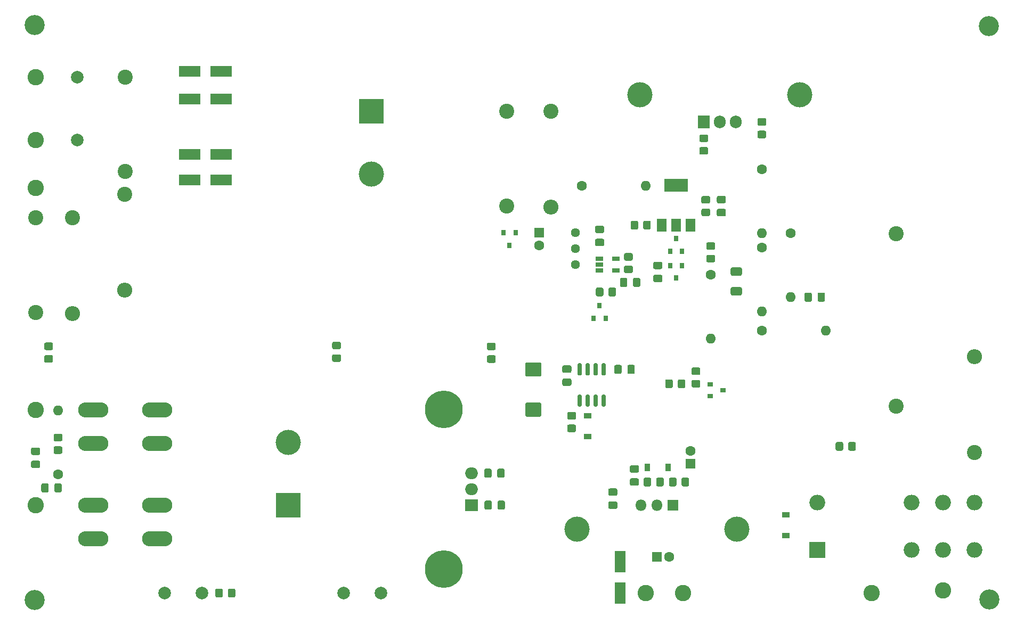
<source format=gbr>
G04 #@! TF.GenerationSoftware,KiCad,Pcbnew,(5.1.10-0-10_14)*
G04 #@! TF.CreationDate,2021-08-03T18:31:46+02:00*
G04 #@! TF.ProjectId,hv-power-supply-v1,68762d70-6f77-4657-922d-737570706c79,rev?*
G04 #@! TF.SameCoordinates,Original*
G04 #@! TF.FileFunction,Soldermask,Top*
G04 #@! TF.FilePolarity,Negative*
%FSLAX46Y46*%
G04 Gerber Fmt 4.6, Leading zero omitted, Abs format (unit mm)*
G04 Created by KiCad (PCBNEW (5.1.10-0-10_14)) date 2021-08-03 18:31:46*
%MOMM*%
%LPD*%
G01*
G04 APERTURE LIST*
%ADD10O,1.600000X1.600000*%
%ADD11C,1.600000*%
%ADD12C,2.400000*%
%ADD13O,2.400000X2.400000*%
%ADD14C,2.000000*%
%ADD15R,1.500000X2.000000*%
%ADD16R,3.800000X2.000000*%
%ADD17C,6.000000*%
%ADD18R,0.800000X0.900000*%
%ADD19R,0.900000X0.800000*%
%ADD20R,1.220000X0.650000*%
%ADD21C,4.000000*%
%ADD22R,4.000000X4.000000*%
%ADD23R,2.000000X1.905000*%
%ADD24O,2.000000X1.905000*%
%ADD25R,1.800000X3.500000*%
%ADD26O,4.800600X2.400300*%
%ADD27R,0.900000X1.200000*%
%ADD28R,1.600000X1.600000*%
%ADD29R,3.500000X1.800000*%
%ADD30O,1.905000X2.000000*%
%ADD31R,1.905000X2.000000*%
%ADD32C,2.600000*%
%ADD33C,1.440000*%
%ADD34O,2.500000X2.500000*%
%ADD35R,2.500000X2.500000*%
%ADD36R,1.200000X0.900000*%
%ADD37R,1.800000X1.800000*%
%ADD38O,1.800000X1.800000*%
%ADD39C,3.200000*%
G04 APERTURE END LIST*
D10*
X62928500Y-110680500D03*
D11*
X62928500Y-120840500D03*
D12*
X73596500Y-57658000D03*
X73596500Y-72658000D03*
X196088000Y-110050000D03*
X196088000Y-82550000D03*
D13*
X73533000Y-91567000D03*
D12*
X73533000Y-76327000D03*
D14*
X65976500Y-57658000D03*
X65976500Y-67658000D03*
G36*
G01*
X63378501Y-115598500D02*
X62478499Y-115598500D01*
G75*
G02*
X62228500Y-115348501I0J249999D01*
G01*
X62228500Y-114648499D01*
G75*
G02*
X62478499Y-114398500I249999J0D01*
G01*
X63378501Y-114398500D01*
G75*
G02*
X63628500Y-114648499I0J-249999D01*
G01*
X63628500Y-115348501D01*
G75*
G02*
X63378501Y-115598500I-249999J0D01*
G01*
G37*
G36*
G01*
X63378501Y-117598500D02*
X62478499Y-117598500D01*
G75*
G02*
X62228500Y-117348501I0J249999D01*
G01*
X62228500Y-116648499D01*
G75*
G02*
X62478499Y-116398500I249999J0D01*
G01*
X63378501Y-116398500D01*
G75*
G02*
X63628500Y-116648499I0J-249999D01*
G01*
X63628500Y-117348501D01*
G75*
G02*
X63378501Y-117598500I-249999J0D01*
G01*
G37*
G36*
G01*
X62341000Y-123474500D02*
X62341000Y-122524500D01*
G75*
G02*
X62591000Y-122274500I250000J0D01*
G01*
X63266000Y-122274500D01*
G75*
G02*
X63516000Y-122524500I0J-250000D01*
G01*
X63516000Y-123474500D01*
G75*
G02*
X63266000Y-123724500I-250000J0D01*
G01*
X62591000Y-123724500D01*
G75*
G02*
X62341000Y-123474500I0J250000D01*
G01*
G37*
G36*
G01*
X60266000Y-123474500D02*
X60266000Y-122524500D01*
G75*
G02*
X60516000Y-122274500I250000J0D01*
G01*
X61191000Y-122274500D01*
G75*
G02*
X61441000Y-122524500I0J-250000D01*
G01*
X61441000Y-123474500D01*
G75*
G02*
X61191000Y-123724500I-250000J0D01*
G01*
X60516000Y-123724500D01*
G75*
G02*
X60266000Y-123474500I0J250000D01*
G01*
G37*
G36*
G01*
X59847500Y-117765500D02*
X58897500Y-117765500D01*
G75*
G02*
X58647500Y-117515500I0J250000D01*
G01*
X58647500Y-116840500D01*
G75*
G02*
X58897500Y-116590500I250000J0D01*
G01*
X59847500Y-116590500D01*
G75*
G02*
X60097500Y-116840500I0J-250000D01*
G01*
X60097500Y-117515500D01*
G75*
G02*
X59847500Y-117765500I-250000J0D01*
G01*
G37*
G36*
G01*
X59847500Y-119840500D02*
X58897500Y-119840500D01*
G75*
G02*
X58647500Y-119590500I0J250000D01*
G01*
X58647500Y-118915500D01*
G75*
G02*
X58897500Y-118665500I250000J0D01*
G01*
X59847500Y-118665500D01*
G75*
G02*
X60097500Y-118915500I0J-250000D01*
G01*
X60097500Y-119590500D01*
G75*
G02*
X59847500Y-119840500I-250000J0D01*
G01*
G37*
D15*
X158863000Y-81216500D03*
X163463000Y-81216500D03*
X161163000Y-81216500D03*
D16*
X161163000Y-74916500D03*
D17*
X124206000Y-135890000D03*
X124206000Y-110490000D03*
D18*
X161160500Y-89630000D03*
X160210500Y-87630000D03*
X162110500Y-87630000D03*
D19*
X168602000Y-107465000D03*
X166602000Y-108415000D03*
X166602000Y-106515000D03*
D20*
X151616400Y-86550500D03*
X151616400Y-88450500D03*
X148996400Y-88450500D03*
X148996400Y-87500500D03*
X148996400Y-86550500D03*
D21*
X99504500Y-115753000D03*
D22*
X99504500Y-125753000D03*
D23*
X128613000Y-125753000D03*
D24*
X128613000Y-123213000D03*
X128613000Y-120673000D03*
D21*
X155410000Y-60475000D03*
X180810000Y-60475000D03*
X145377000Y-129563000D03*
X170777000Y-129563000D03*
D25*
X152298500Y-139723000D03*
X152298500Y-134723000D03*
D13*
X208597500Y-102108000D03*
D12*
X208597500Y-117348000D03*
D26*
X68542000Y-110640000D03*
X78702000Y-110640000D03*
X78702000Y-131087000D03*
X68542000Y-131087000D03*
X78702000Y-125753000D03*
X68542000Y-125753000D03*
X68542000Y-115974000D03*
X78702000Y-115974000D03*
D27*
X159853000Y-119784000D03*
X156553000Y-119784000D03*
D11*
X163411000Y-117149000D03*
D28*
X163411000Y-119149000D03*
G36*
G01*
X61880001Y-101080000D02*
X60979999Y-101080000D01*
G75*
G02*
X60730000Y-100830001I0J249999D01*
G01*
X60730000Y-100129999D01*
G75*
G02*
X60979999Y-99880000I249999J0D01*
G01*
X61880001Y-99880000D01*
G75*
G02*
X62130000Y-100129999I0J-249999D01*
G01*
X62130000Y-100830001D01*
G75*
G02*
X61880001Y-101080000I-249999J0D01*
G01*
G37*
G36*
G01*
X61880001Y-103080000D02*
X60979999Y-103080000D01*
G75*
G02*
X60730000Y-102830001I0J249999D01*
G01*
X60730000Y-102129999D01*
G75*
G02*
X60979999Y-101880000I249999J0D01*
G01*
X61880001Y-101880000D01*
G75*
G02*
X62130000Y-102129999I0J-249999D01*
G01*
X62130000Y-102830001D01*
G75*
G02*
X61880001Y-103080000I-249999J0D01*
G01*
G37*
D13*
X65214500Y-95313500D03*
D12*
X65214500Y-80073500D03*
D29*
X88883500Y-69977000D03*
X83883500Y-69977000D03*
X83883500Y-61150500D03*
X88883500Y-61150500D03*
X88870900Y-74013200D03*
X83870900Y-74013200D03*
X83870900Y-56792000D03*
X88870900Y-56792000D03*
G36*
G01*
X145971500Y-105138000D02*
X145671500Y-105138000D01*
G75*
G02*
X145521500Y-104988000I0J150000D01*
G01*
X145521500Y-103338000D01*
G75*
G02*
X145671500Y-103188000I150000J0D01*
G01*
X145971500Y-103188000D01*
G75*
G02*
X146121500Y-103338000I0J-150000D01*
G01*
X146121500Y-104988000D01*
G75*
G02*
X145971500Y-105138000I-150000J0D01*
G01*
G37*
G36*
G01*
X147241500Y-105138000D02*
X146941500Y-105138000D01*
G75*
G02*
X146791500Y-104988000I0J150000D01*
G01*
X146791500Y-103338000D01*
G75*
G02*
X146941500Y-103188000I150000J0D01*
G01*
X147241500Y-103188000D01*
G75*
G02*
X147391500Y-103338000I0J-150000D01*
G01*
X147391500Y-104988000D01*
G75*
G02*
X147241500Y-105138000I-150000J0D01*
G01*
G37*
G36*
G01*
X148511500Y-105138000D02*
X148211500Y-105138000D01*
G75*
G02*
X148061500Y-104988000I0J150000D01*
G01*
X148061500Y-103338000D01*
G75*
G02*
X148211500Y-103188000I150000J0D01*
G01*
X148511500Y-103188000D01*
G75*
G02*
X148661500Y-103338000I0J-150000D01*
G01*
X148661500Y-104988000D01*
G75*
G02*
X148511500Y-105138000I-150000J0D01*
G01*
G37*
G36*
G01*
X149781500Y-105138000D02*
X149481500Y-105138000D01*
G75*
G02*
X149331500Y-104988000I0J150000D01*
G01*
X149331500Y-103338000D01*
G75*
G02*
X149481500Y-103188000I150000J0D01*
G01*
X149781500Y-103188000D01*
G75*
G02*
X149931500Y-103338000I0J-150000D01*
G01*
X149931500Y-104988000D01*
G75*
G02*
X149781500Y-105138000I-150000J0D01*
G01*
G37*
G36*
G01*
X149781500Y-110088000D02*
X149481500Y-110088000D01*
G75*
G02*
X149331500Y-109938000I0J150000D01*
G01*
X149331500Y-108288000D01*
G75*
G02*
X149481500Y-108138000I150000J0D01*
G01*
X149781500Y-108138000D01*
G75*
G02*
X149931500Y-108288000I0J-150000D01*
G01*
X149931500Y-109938000D01*
G75*
G02*
X149781500Y-110088000I-150000J0D01*
G01*
G37*
G36*
G01*
X148511500Y-110088000D02*
X148211500Y-110088000D01*
G75*
G02*
X148061500Y-109938000I0J150000D01*
G01*
X148061500Y-108288000D01*
G75*
G02*
X148211500Y-108138000I150000J0D01*
G01*
X148511500Y-108138000D01*
G75*
G02*
X148661500Y-108288000I0J-150000D01*
G01*
X148661500Y-109938000D01*
G75*
G02*
X148511500Y-110088000I-150000J0D01*
G01*
G37*
G36*
G01*
X147241500Y-110088000D02*
X146941500Y-110088000D01*
G75*
G02*
X146791500Y-109938000I0J150000D01*
G01*
X146791500Y-108288000D01*
G75*
G02*
X146941500Y-108138000I150000J0D01*
G01*
X147241500Y-108138000D01*
G75*
G02*
X147391500Y-108288000I0J-150000D01*
G01*
X147391500Y-109938000D01*
G75*
G02*
X147241500Y-110088000I-150000J0D01*
G01*
G37*
G36*
G01*
X145971500Y-110088000D02*
X145671500Y-110088000D01*
G75*
G02*
X145521500Y-109938000I0J150000D01*
G01*
X145521500Y-108288000D01*
G75*
G02*
X145671500Y-108138000I150000J0D01*
G01*
X145971500Y-108138000D01*
G75*
G02*
X146121500Y-108288000I0J-150000D01*
G01*
X146121500Y-109938000D01*
G75*
G02*
X145971500Y-110088000I-150000J0D01*
G01*
G37*
G36*
G01*
X165994501Y-68005500D02*
X165094499Y-68005500D01*
G75*
G02*
X164844500Y-67755501I0J249999D01*
G01*
X164844500Y-67055499D01*
G75*
G02*
X165094499Y-66805500I249999J0D01*
G01*
X165994501Y-66805500D01*
G75*
G02*
X166244500Y-67055499I0J-249999D01*
G01*
X166244500Y-67755501D01*
G75*
G02*
X165994501Y-68005500I-249999J0D01*
G01*
G37*
G36*
G01*
X165994501Y-70005500D02*
X165094499Y-70005500D01*
G75*
G02*
X164844500Y-69755501I0J249999D01*
G01*
X164844500Y-69055499D01*
G75*
G02*
X165094499Y-68805500I249999J0D01*
G01*
X165994501Y-68805500D01*
G75*
G02*
X166244500Y-69055499I0J-249999D01*
G01*
X166244500Y-69755501D01*
G75*
G02*
X165994501Y-70005500I-249999J0D01*
G01*
G37*
D10*
X166649500Y-99273500D03*
D11*
X166649500Y-89113500D03*
D10*
X156337000Y-74930000D03*
D11*
X146177000Y-74930000D03*
D10*
X174777500Y-82509500D03*
D11*
X174777500Y-72349500D03*
G36*
G01*
X174327499Y-66193000D02*
X175227501Y-66193000D01*
G75*
G02*
X175477500Y-66442999I0J-249999D01*
G01*
X175477500Y-67143001D01*
G75*
G02*
X175227501Y-67393000I-249999J0D01*
G01*
X174327499Y-67393000D01*
G75*
G02*
X174077500Y-67143001I0J249999D01*
G01*
X174077500Y-66442999D01*
G75*
G02*
X174327499Y-66193000I249999J0D01*
G01*
G37*
G36*
G01*
X174327499Y-64193000D02*
X175227501Y-64193000D01*
G75*
G02*
X175477500Y-64442999I0J-249999D01*
G01*
X175477500Y-65143001D01*
G75*
G02*
X175227501Y-65393000I-249999J0D01*
G01*
X174327499Y-65393000D01*
G75*
G02*
X174077500Y-65143001I0J249999D01*
G01*
X174077500Y-64442999D01*
G75*
G02*
X174327499Y-64193000I249999J0D01*
G01*
G37*
G36*
G01*
X170063497Y-91068000D02*
X171363503Y-91068000D01*
G75*
G02*
X171613500Y-91317997I0J-249997D01*
G01*
X171613500Y-92143003D01*
G75*
G02*
X171363503Y-92393000I-249997J0D01*
G01*
X170063497Y-92393000D01*
G75*
G02*
X169813500Y-92143003I0J249997D01*
G01*
X169813500Y-91317997D01*
G75*
G02*
X170063497Y-91068000I249997J0D01*
G01*
G37*
G36*
G01*
X170063497Y-87943000D02*
X171363503Y-87943000D01*
G75*
G02*
X171613500Y-88192997I0J-249997D01*
G01*
X171613500Y-89018003D01*
G75*
G02*
X171363503Y-89268000I-249997J0D01*
G01*
X170063497Y-89268000D01*
G75*
G02*
X169813500Y-89018003I0J249997D01*
G01*
X169813500Y-88192997D01*
G75*
G02*
X170063497Y-87943000I249997J0D01*
G01*
G37*
G36*
G01*
X183631000Y-93144500D02*
X183631000Y-92194500D01*
G75*
G02*
X183881000Y-91944500I250000J0D01*
G01*
X184556000Y-91944500D01*
G75*
G02*
X184806000Y-92194500I0J-250000D01*
G01*
X184806000Y-93144500D01*
G75*
G02*
X184556000Y-93394500I-250000J0D01*
G01*
X183881000Y-93394500D01*
G75*
G02*
X183631000Y-93144500I0J250000D01*
G01*
G37*
G36*
G01*
X181556000Y-93144500D02*
X181556000Y-92194500D01*
G75*
G02*
X181806000Y-91944500I250000J0D01*
G01*
X182481000Y-91944500D01*
G75*
G02*
X182731000Y-92194500I0J-250000D01*
G01*
X182731000Y-93144500D01*
G75*
G02*
X182481000Y-93394500I-250000J0D01*
G01*
X181806000Y-93394500D01*
G75*
G02*
X181556000Y-93144500I0J250000D01*
G01*
G37*
D30*
X170650000Y-64793000D03*
X168110000Y-64793000D03*
D31*
X165570000Y-64793000D03*
G36*
G01*
X188503000Y-116845501D02*
X188503000Y-115945499D01*
G75*
G02*
X188752999Y-115695500I249999J0D01*
G01*
X189453001Y-115695500D01*
G75*
G02*
X189703000Y-115945499I0J-249999D01*
G01*
X189703000Y-116845501D01*
G75*
G02*
X189453001Y-117095500I-249999J0D01*
G01*
X188752999Y-117095500D01*
G75*
G02*
X188503000Y-116845501I0J249999D01*
G01*
G37*
G36*
G01*
X186503000Y-116845501D02*
X186503000Y-115945499D01*
G75*
G02*
X186752999Y-115695500I249999J0D01*
G01*
X187453001Y-115695500D01*
G75*
G02*
X187703000Y-115945499I0J-249999D01*
G01*
X187703000Y-116845501D01*
G75*
G02*
X187453001Y-117095500I-249999J0D01*
G01*
X186752999Y-117095500D01*
G75*
G02*
X186503000Y-116845501I0J249999D01*
G01*
G37*
G36*
G01*
X132238001Y-101112000D02*
X131337999Y-101112000D01*
G75*
G02*
X131088000Y-100862001I0J249999D01*
G01*
X131088000Y-100161999D01*
G75*
G02*
X131337999Y-99912000I249999J0D01*
G01*
X132238001Y-99912000D01*
G75*
G02*
X132488000Y-100161999I0J-249999D01*
G01*
X132488000Y-100862001D01*
G75*
G02*
X132238001Y-101112000I-249999J0D01*
G01*
G37*
G36*
G01*
X132238001Y-103112000D02*
X131337999Y-103112000D01*
G75*
G02*
X131088000Y-102862001I0J249999D01*
G01*
X131088000Y-102161999D01*
G75*
G02*
X131337999Y-101912000I249999J0D01*
G01*
X132238001Y-101912000D01*
G75*
G02*
X132488000Y-102161999I0J-249999D01*
G01*
X132488000Y-102862001D01*
G75*
G02*
X132238001Y-103112000I-249999J0D01*
G01*
G37*
G36*
G01*
X107638001Y-100962000D02*
X106737999Y-100962000D01*
G75*
G02*
X106488000Y-100712001I0J249999D01*
G01*
X106488000Y-100011999D01*
G75*
G02*
X106737999Y-99762000I249999J0D01*
G01*
X107638001Y-99762000D01*
G75*
G02*
X107888000Y-100011999I0J-249999D01*
G01*
X107888000Y-100712001D01*
G75*
G02*
X107638001Y-100962000I-249999J0D01*
G01*
G37*
G36*
G01*
X107638001Y-102962000D02*
X106737999Y-102962000D01*
G75*
G02*
X106488000Y-102712001I0J249999D01*
G01*
X106488000Y-102011999D01*
G75*
G02*
X106737999Y-101762000I249999J0D01*
G01*
X107638001Y-101762000D01*
G75*
G02*
X107888000Y-102011999I0J-249999D01*
G01*
X107888000Y-102712001D01*
G75*
G02*
X107638001Y-102962000I-249999J0D01*
G01*
G37*
G36*
G01*
X166199499Y-85941500D02*
X167099501Y-85941500D01*
G75*
G02*
X167349500Y-86191499I0J-249999D01*
G01*
X167349500Y-86891501D01*
G75*
G02*
X167099501Y-87141500I-249999J0D01*
G01*
X166199499Y-87141500D01*
G75*
G02*
X165949500Y-86891501I0J249999D01*
G01*
X165949500Y-86191499D01*
G75*
G02*
X166199499Y-85941500I249999J0D01*
G01*
G37*
G36*
G01*
X166199499Y-83941500D02*
X167099501Y-83941500D01*
G75*
G02*
X167349500Y-84191499I0J-249999D01*
G01*
X167349500Y-84891501D01*
G75*
G02*
X167099501Y-85141500I-249999J0D01*
G01*
X166199499Y-85141500D01*
G75*
G02*
X165949500Y-84891501I0J249999D01*
G01*
X165949500Y-84191499D01*
G75*
G02*
X166199499Y-83941500I249999J0D01*
G01*
G37*
G36*
G01*
X157985000Y-122520001D02*
X157985000Y-121619999D01*
G75*
G02*
X158234999Y-121370000I249999J0D01*
G01*
X158935001Y-121370000D01*
G75*
G02*
X159185000Y-121619999I0J-249999D01*
G01*
X159185000Y-122520001D01*
G75*
G02*
X158935001Y-122770000I-249999J0D01*
G01*
X158234999Y-122770000D01*
G75*
G02*
X157985000Y-122520001I0J249999D01*
G01*
G37*
G36*
G01*
X155985000Y-122520001D02*
X155985000Y-121619999D01*
G75*
G02*
X156234999Y-121370000I249999J0D01*
G01*
X156935001Y-121370000D01*
G75*
G02*
X157185000Y-121619999I0J-249999D01*
G01*
X157185000Y-122520001D01*
G75*
G02*
X156935001Y-122770000I-249999J0D01*
G01*
X156234999Y-122770000D01*
G75*
G02*
X155985000Y-122520001I0J249999D01*
G01*
G37*
G36*
G01*
X162017000Y-122520001D02*
X162017000Y-121619999D01*
G75*
G02*
X162266999Y-121370000I249999J0D01*
G01*
X162967001Y-121370000D01*
G75*
G02*
X163217000Y-121619999I0J-249999D01*
G01*
X163217000Y-122520001D01*
G75*
G02*
X162967001Y-122770000I-249999J0D01*
G01*
X162266999Y-122770000D01*
G75*
G02*
X162017000Y-122520001I0J249999D01*
G01*
G37*
G36*
G01*
X160017000Y-122520001D02*
X160017000Y-121619999D01*
G75*
G02*
X160266999Y-121370000I249999J0D01*
G01*
X160967001Y-121370000D01*
G75*
G02*
X161217000Y-121619999I0J-249999D01*
G01*
X161217000Y-122520001D01*
G75*
G02*
X160967001Y-122770000I-249999J0D01*
G01*
X160266999Y-122770000D01*
G75*
G02*
X160017000Y-122520001I0J249999D01*
G01*
G37*
G36*
G01*
X89113000Y-139272999D02*
X89113000Y-140173001D01*
G75*
G02*
X88863001Y-140423000I-249999J0D01*
G01*
X88162999Y-140423000D01*
G75*
G02*
X87913000Y-140173001I0J249999D01*
G01*
X87913000Y-139272999D01*
G75*
G02*
X88162999Y-139023000I249999J0D01*
G01*
X88863001Y-139023000D01*
G75*
G02*
X89113000Y-139272999I0J-249999D01*
G01*
G37*
G36*
G01*
X91113000Y-139272999D02*
X91113000Y-140173001D01*
G75*
G02*
X90863001Y-140423000I-249999J0D01*
G01*
X90162999Y-140423000D01*
G75*
G02*
X89913000Y-140173001I0J249999D01*
G01*
X89913000Y-139272999D01*
G75*
G02*
X90162999Y-139023000I249999J0D01*
G01*
X90863001Y-139023000D01*
G75*
G02*
X91113000Y-139272999I0J-249999D01*
G01*
G37*
G36*
G01*
X163849999Y-105849000D02*
X164750001Y-105849000D01*
G75*
G02*
X165000000Y-106098999I0J-249999D01*
G01*
X165000000Y-106799001D01*
G75*
G02*
X164750001Y-107049000I-249999J0D01*
G01*
X163849999Y-107049000D01*
G75*
G02*
X163600000Y-106799001I0J249999D01*
G01*
X163600000Y-106098999D01*
G75*
G02*
X163849999Y-105849000I249999J0D01*
G01*
G37*
G36*
G01*
X163849999Y-103849000D02*
X164750001Y-103849000D01*
G75*
G02*
X165000000Y-104098999I0J-249999D01*
G01*
X165000000Y-104799001D01*
G75*
G02*
X164750001Y-105049000I-249999J0D01*
G01*
X163849999Y-105049000D01*
G75*
G02*
X163600000Y-104799001I0J249999D01*
G01*
X163600000Y-104098999D01*
G75*
G02*
X163849999Y-103849000I249999J0D01*
G01*
G37*
G36*
G01*
X161414000Y-106899001D02*
X161414000Y-105998999D01*
G75*
G02*
X161663999Y-105749000I249999J0D01*
G01*
X162364001Y-105749000D01*
G75*
G02*
X162614000Y-105998999I0J-249999D01*
G01*
X162614000Y-106899001D01*
G75*
G02*
X162364001Y-107149000I-249999J0D01*
G01*
X161663999Y-107149000D01*
G75*
G02*
X161414000Y-106899001I0J249999D01*
G01*
G37*
G36*
G01*
X159414000Y-106899001D02*
X159414000Y-105998999D01*
G75*
G02*
X159663999Y-105749000I249999J0D01*
G01*
X160364001Y-105749000D01*
G75*
G02*
X160614000Y-105998999I0J-249999D01*
G01*
X160614000Y-106899001D01*
G75*
G02*
X160364001Y-107149000I-249999J0D01*
G01*
X159663999Y-107149000D01*
G75*
G02*
X159414000Y-106899001I0J249999D01*
G01*
G37*
G36*
G01*
X144101499Y-112929000D02*
X145001501Y-112929000D01*
G75*
G02*
X145251500Y-113178999I0J-249999D01*
G01*
X145251500Y-113879001D01*
G75*
G02*
X145001501Y-114129000I-249999J0D01*
G01*
X144101499Y-114129000D01*
G75*
G02*
X143851500Y-113879001I0J249999D01*
G01*
X143851500Y-113178999D01*
G75*
G02*
X144101499Y-112929000I249999J0D01*
G01*
G37*
G36*
G01*
X144101499Y-110929000D02*
X145001501Y-110929000D01*
G75*
G02*
X145251500Y-111178999I0J-249999D01*
G01*
X145251500Y-111879001D01*
G75*
G02*
X145001501Y-112129000I-249999J0D01*
G01*
X144101499Y-112129000D01*
G75*
G02*
X143851500Y-111879001I0J249999D01*
G01*
X143851500Y-111178999D01*
G75*
G02*
X144101499Y-110929000I249999J0D01*
G01*
G37*
G36*
G01*
X154996000Y-120582500D02*
X154046000Y-120582500D01*
G75*
G02*
X153796000Y-120332500I0J250000D01*
G01*
X153796000Y-119657500D01*
G75*
G02*
X154046000Y-119407500I250000J0D01*
G01*
X154996000Y-119407500D01*
G75*
G02*
X155246000Y-119657500I0J-250000D01*
G01*
X155246000Y-120332500D01*
G75*
G02*
X154996000Y-120582500I-250000J0D01*
G01*
G37*
G36*
G01*
X154996000Y-122657500D02*
X154046000Y-122657500D01*
G75*
G02*
X153796000Y-122407500I0J250000D01*
G01*
X153796000Y-121732500D01*
G75*
G02*
X154046000Y-121482500I250000J0D01*
G01*
X154996000Y-121482500D01*
G75*
G02*
X155246000Y-121732500I0J-250000D01*
G01*
X155246000Y-122407500D01*
G75*
G02*
X154996000Y-122657500I-250000J0D01*
G01*
G37*
G36*
G01*
X151567000Y-124265500D02*
X150617000Y-124265500D01*
G75*
G02*
X150367000Y-124015500I0J250000D01*
G01*
X150367000Y-123340500D01*
G75*
G02*
X150617000Y-123090500I250000J0D01*
G01*
X151567000Y-123090500D01*
G75*
G02*
X151817000Y-123340500I0J-250000D01*
G01*
X151817000Y-124015500D01*
G75*
G02*
X151567000Y-124265500I-250000J0D01*
G01*
G37*
G36*
G01*
X151567000Y-126340500D02*
X150617000Y-126340500D01*
G75*
G02*
X150367000Y-126090500I0J250000D01*
G01*
X150367000Y-125415500D01*
G75*
G02*
X150617000Y-125165500I250000J0D01*
G01*
X151567000Y-125165500D01*
G75*
G02*
X151817000Y-125415500I0J-250000D01*
G01*
X151817000Y-126090500D01*
G75*
G02*
X151567000Y-126340500I-250000J0D01*
G01*
G37*
G36*
G01*
X143314500Y-105607500D02*
X144264500Y-105607500D01*
G75*
G02*
X144514500Y-105857500I0J-250000D01*
G01*
X144514500Y-106532500D01*
G75*
G02*
X144264500Y-106782500I-250000J0D01*
G01*
X143314500Y-106782500D01*
G75*
G02*
X143064500Y-106532500I0J250000D01*
G01*
X143064500Y-105857500D01*
G75*
G02*
X143314500Y-105607500I250000J0D01*
G01*
G37*
G36*
G01*
X143314500Y-103532500D02*
X144264500Y-103532500D01*
G75*
G02*
X144514500Y-103782500I0J-250000D01*
G01*
X144514500Y-104457500D01*
G75*
G02*
X144264500Y-104707500I-250000J0D01*
G01*
X143314500Y-104707500D01*
G75*
G02*
X143064500Y-104457500I0J250000D01*
G01*
X143064500Y-103782500D01*
G75*
G02*
X143314500Y-103532500I250000J0D01*
G01*
G37*
G36*
G01*
X153405000Y-104638000D02*
X153405000Y-103688000D01*
G75*
G02*
X153655000Y-103438000I250000J0D01*
G01*
X154330000Y-103438000D01*
G75*
G02*
X154580000Y-103688000I0J-250000D01*
G01*
X154580000Y-104638000D01*
G75*
G02*
X154330000Y-104888000I-250000J0D01*
G01*
X153655000Y-104888000D01*
G75*
G02*
X153405000Y-104638000I0J250000D01*
G01*
G37*
G36*
G01*
X151330000Y-104638000D02*
X151330000Y-103688000D01*
G75*
G02*
X151580000Y-103438000I250000J0D01*
G01*
X152255000Y-103438000D01*
G75*
G02*
X152505000Y-103688000I0J-250000D01*
G01*
X152505000Y-104638000D01*
G75*
G02*
X152255000Y-104888000I-250000J0D01*
G01*
X151580000Y-104888000D01*
G75*
G02*
X151330000Y-104638000I0J250000D01*
G01*
G37*
G36*
G01*
X130649500Y-121148000D02*
X130649500Y-120198000D01*
G75*
G02*
X130899500Y-119948000I250000J0D01*
G01*
X131574500Y-119948000D01*
G75*
G02*
X131824500Y-120198000I0J-250000D01*
G01*
X131824500Y-121148000D01*
G75*
G02*
X131574500Y-121398000I-250000J0D01*
G01*
X130899500Y-121398000D01*
G75*
G02*
X130649500Y-121148000I0J250000D01*
G01*
G37*
G36*
G01*
X132724500Y-121148000D02*
X132724500Y-120198000D01*
G75*
G02*
X132974500Y-119948000I250000J0D01*
G01*
X133649500Y-119948000D01*
G75*
G02*
X133899500Y-120198000I0J-250000D01*
G01*
X133899500Y-121148000D01*
G75*
G02*
X133649500Y-121398000I-250000J0D01*
G01*
X132974500Y-121398000D01*
G75*
G02*
X132724500Y-121148000I0J250000D01*
G01*
G37*
G36*
G01*
X130692500Y-126228000D02*
X130692500Y-125278000D01*
G75*
G02*
X130942500Y-125028000I250000J0D01*
G01*
X131617500Y-125028000D01*
G75*
G02*
X131867500Y-125278000I0J-250000D01*
G01*
X131867500Y-126228000D01*
G75*
G02*
X131617500Y-126478000I-250000J0D01*
G01*
X130942500Y-126478000D01*
G75*
G02*
X130692500Y-126228000I0J250000D01*
G01*
G37*
G36*
G01*
X132767500Y-126228000D02*
X132767500Y-125278000D01*
G75*
G02*
X133017500Y-125028000I250000J0D01*
G01*
X133692500Y-125028000D01*
G75*
G02*
X133942500Y-125278000I0J-250000D01*
G01*
X133942500Y-126228000D01*
G75*
G02*
X133692500Y-126478000I-250000J0D01*
G01*
X133017500Y-126478000D01*
G75*
G02*
X132767500Y-126228000I0J250000D01*
G01*
G37*
D32*
X162268000Y-139723000D03*
X156299000Y-139723000D03*
X59398000Y-110640000D03*
X59372500Y-125753000D03*
X59398000Y-75334000D03*
X59372500Y-67691000D03*
X59372500Y-57658000D03*
D11*
X160077000Y-134008000D03*
D28*
X158077000Y-134008000D03*
G36*
G01*
X137430499Y-109438000D02*
X139480501Y-109438000D01*
G75*
G02*
X139730500Y-109687999I0J-249999D01*
G01*
X139730500Y-111438001D01*
G75*
G02*
X139480501Y-111688000I-249999J0D01*
G01*
X137430499Y-111688000D01*
G75*
G02*
X137180500Y-111438001I0J249999D01*
G01*
X137180500Y-109687999D01*
G75*
G02*
X137430499Y-109438000I249999J0D01*
G01*
G37*
G36*
G01*
X137430499Y-103038000D02*
X139480501Y-103038000D01*
G75*
G02*
X139730500Y-103287999I0J-249999D01*
G01*
X139730500Y-105038001D01*
G75*
G02*
X139480501Y-105288000I-249999J0D01*
G01*
X137430499Y-105288000D01*
G75*
G02*
X137180500Y-105038001I0J249999D01*
G01*
X137180500Y-103287999D01*
G75*
G02*
X137430499Y-103038000I249999J0D01*
G01*
G37*
D18*
X134683500Y-84439000D03*
X133733500Y-82439000D03*
X135633500Y-82439000D03*
D33*
X145186500Y-87526000D03*
X145186500Y-84986000D03*
X145186500Y-82446000D03*
D34*
X183578500Y-125342000D03*
X198578500Y-125342000D03*
X203578500Y-125342000D03*
X208578500Y-125342000D03*
X208578500Y-132842000D03*
X203578500Y-132842000D03*
X198578500Y-132842000D03*
D35*
X183578500Y-132842000D03*
D10*
X179349500Y-92669500D03*
D11*
X179349500Y-82509500D03*
G36*
G01*
X165411999Y-78584500D02*
X166312001Y-78584500D01*
G75*
G02*
X166562000Y-78834499I0J-249999D01*
G01*
X166562000Y-79534501D01*
G75*
G02*
X166312001Y-79784500I-249999J0D01*
G01*
X165411999Y-79784500D01*
G75*
G02*
X165162000Y-79534501I0J249999D01*
G01*
X165162000Y-78834499D01*
G75*
G02*
X165411999Y-78584500I249999J0D01*
G01*
G37*
G36*
G01*
X165411999Y-76584500D02*
X166312001Y-76584500D01*
G75*
G02*
X166562000Y-76834499I0J-249999D01*
G01*
X166562000Y-77534501D01*
G75*
G02*
X166312001Y-77784500I-249999J0D01*
G01*
X165411999Y-77784500D01*
G75*
G02*
X165162000Y-77534501I0J249999D01*
G01*
X165162000Y-76834499D01*
G75*
G02*
X165411999Y-76584500I249999J0D01*
G01*
G37*
G36*
G01*
X149596500Y-91393999D02*
X149596500Y-92294001D01*
G75*
G02*
X149346501Y-92544000I-249999J0D01*
G01*
X148646499Y-92544000D01*
G75*
G02*
X148396500Y-92294001I0J249999D01*
G01*
X148396500Y-91393999D01*
G75*
G02*
X148646499Y-91144000I249999J0D01*
G01*
X149346501Y-91144000D01*
G75*
G02*
X149596500Y-91393999I0J-249999D01*
G01*
G37*
G36*
G01*
X151596500Y-91393999D02*
X151596500Y-92294001D01*
G75*
G02*
X151346501Y-92544000I-249999J0D01*
G01*
X150646499Y-92544000D01*
G75*
G02*
X150396500Y-92294001I0J249999D01*
G01*
X150396500Y-91393999D01*
G75*
G02*
X150646499Y-91144000I249999J0D01*
G01*
X151346501Y-91144000D01*
G75*
G02*
X151596500Y-91393999I0J-249999D01*
G01*
G37*
G36*
G01*
X155127500Y-80766499D02*
X155127500Y-81666501D01*
G75*
G02*
X154877501Y-81916500I-249999J0D01*
G01*
X154177499Y-81916500D01*
G75*
G02*
X153927500Y-81666501I0J249999D01*
G01*
X153927500Y-80766499D01*
G75*
G02*
X154177499Y-80516500I249999J0D01*
G01*
X154877501Y-80516500D01*
G75*
G02*
X155127500Y-80766499I0J-249999D01*
G01*
G37*
G36*
G01*
X157127500Y-80766499D02*
X157127500Y-81666501D01*
G75*
G02*
X156877501Y-81916500I-249999J0D01*
G01*
X156177499Y-81916500D01*
G75*
G02*
X155927500Y-81666501I0J249999D01*
G01*
X155927500Y-80766499D01*
G75*
G02*
X156177499Y-80516500I249999J0D01*
G01*
X156877501Y-80516500D01*
G75*
G02*
X157127500Y-80766499I0J-249999D01*
G01*
G37*
G36*
G01*
X154018501Y-86856000D02*
X153118499Y-86856000D01*
G75*
G02*
X152868500Y-86606001I0J249999D01*
G01*
X152868500Y-85905999D01*
G75*
G02*
X153118499Y-85656000I249999J0D01*
G01*
X154018501Y-85656000D01*
G75*
G02*
X154268500Y-85905999I0J-249999D01*
G01*
X154268500Y-86606001D01*
G75*
G02*
X154018501Y-86856000I-249999J0D01*
G01*
G37*
G36*
G01*
X154018501Y-88856000D02*
X153118499Y-88856000D01*
G75*
G02*
X152868500Y-88606001I0J249999D01*
G01*
X152868500Y-87905999D01*
G75*
G02*
X153118499Y-87656000I249999J0D01*
G01*
X154018501Y-87656000D01*
G75*
G02*
X154268500Y-87905999I0J-249999D01*
G01*
X154268500Y-88606001D01*
G75*
G02*
X154018501Y-88856000I-249999J0D01*
G01*
G37*
D13*
X141274800Y-78384400D03*
D12*
X141274800Y-63144400D03*
D10*
X184937500Y-98003500D03*
D11*
X174777500Y-98003500D03*
D10*
X174777500Y-94955500D03*
D11*
X174777500Y-84795500D03*
D14*
X108293000Y-139723000D03*
X114262000Y-139723000D03*
X79845000Y-139723000D03*
X85814000Y-139723000D03*
D32*
X192240000Y-139723000D03*
X203543000Y-139342000D03*
D36*
X178562000Y-127319500D03*
X178562000Y-130619500D03*
D18*
X161165500Y-83344000D03*
X162115500Y-85344000D03*
X160215500Y-85344000D03*
X148996500Y-94003000D03*
X149946500Y-96003000D03*
X148046500Y-96003000D03*
D36*
X147091500Y-114829000D03*
X147091500Y-111529000D03*
G36*
G01*
X158717000Y-88217500D02*
X157767000Y-88217500D01*
G75*
G02*
X157517000Y-87967500I0J250000D01*
G01*
X157517000Y-87292500D01*
G75*
G02*
X157767000Y-87042500I250000J0D01*
G01*
X158717000Y-87042500D01*
G75*
G02*
X158967000Y-87292500I0J-250000D01*
G01*
X158967000Y-87967500D01*
G75*
G02*
X158717000Y-88217500I-250000J0D01*
G01*
G37*
G36*
G01*
X158717000Y-90292500D02*
X157767000Y-90292500D01*
G75*
G02*
X157517000Y-90042500I0J250000D01*
G01*
X157517000Y-89367500D01*
G75*
G02*
X157767000Y-89117500I250000J0D01*
G01*
X158717000Y-89117500D01*
G75*
G02*
X158967000Y-89367500I0J-250000D01*
G01*
X158967000Y-90042500D01*
G75*
G02*
X158717000Y-90292500I-250000J0D01*
G01*
G37*
D11*
X139382500Y-84423000D03*
D28*
X139382500Y-82423000D03*
G36*
G01*
X168813500Y-77740000D02*
X167863500Y-77740000D01*
G75*
G02*
X167613500Y-77490000I0J250000D01*
G01*
X167613500Y-76815000D01*
G75*
G02*
X167863500Y-76565000I250000J0D01*
G01*
X168813500Y-76565000D01*
G75*
G02*
X169063500Y-76815000I0J-250000D01*
G01*
X169063500Y-77490000D01*
G75*
G02*
X168813500Y-77740000I-250000J0D01*
G01*
G37*
G36*
G01*
X168813500Y-79815000D02*
X167863500Y-79815000D01*
G75*
G02*
X167613500Y-79565000I0J250000D01*
G01*
X167613500Y-78890000D01*
G75*
G02*
X167863500Y-78640000I250000J0D01*
G01*
X168813500Y-78640000D01*
G75*
G02*
X169063500Y-78890000I0J-250000D01*
G01*
X169063500Y-79565000D01*
G75*
G02*
X168813500Y-79815000I-250000J0D01*
G01*
G37*
G36*
G01*
X149471500Y-82482500D02*
X148521500Y-82482500D01*
G75*
G02*
X148271500Y-82232500I0J250000D01*
G01*
X148271500Y-81557500D01*
G75*
G02*
X148521500Y-81307500I250000J0D01*
G01*
X149471500Y-81307500D01*
G75*
G02*
X149721500Y-81557500I0J-250000D01*
G01*
X149721500Y-82232500D01*
G75*
G02*
X149471500Y-82482500I-250000J0D01*
G01*
G37*
G36*
G01*
X149471500Y-84557500D02*
X148521500Y-84557500D01*
G75*
G02*
X148271500Y-84307500I0J250000D01*
G01*
X148271500Y-83632500D01*
G75*
G02*
X148521500Y-83382500I250000J0D01*
G01*
X149471500Y-83382500D01*
G75*
G02*
X149721500Y-83632500I0J-250000D01*
G01*
X149721500Y-84307500D01*
G75*
G02*
X149471500Y-84557500I-250000J0D01*
G01*
G37*
G36*
G01*
X154294000Y-90795000D02*
X154294000Y-89845000D01*
G75*
G02*
X154544000Y-89595000I250000J0D01*
G01*
X155219000Y-89595000D01*
G75*
G02*
X155469000Y-89845000I0J-250000D01*
G01*
X155469000Y-90795000D01*
G75*
G02*
X155219000Y-91045000I-250000J0D01*
G01*
X154544000Y-91045000D01*
G75*
G02*
X154294000Y-90795000I0J250000D01*
G01*
G37*
G36*
G01*
X152219000Y-90795000D02*
X152219000Y-89845000D01*
G75*
G02*
X152469000Y-89595000I250000J0D01*
G01*
X153144000Y-89595000D01*
G75*
G02*
X153394000Y-89845000I0J-250000D01*
G01*
X153394000Y-90795000D01*
G75*
G02*
X153144000Y-91045000I-250000J0D01*
G01*
X152469000Y-91045000D01*
G75*
G02*
X152219000Y-90795000I0J250000D01*
G01*
G37*
D12*
X134213600Y-63144400D03*
X134213600Y-78144400D03*
D21*
X112712500Y-73119000D03*
D22*
X112712500Y-63119000D03*
D12*
X59372500Y-95073500D03*
X59372500Y-80073500D03*
D37*
X160617000Y-125753000D03*
D38*
X158077000Y-125753000D03*
X155537000Y-125753000D03*
D39*
X210947000Y-140716000D03*
X59182000Y-140843000D03*
X210820000Y-49530000D03*
X59182000Y-49403000D03*
M02*

</source>
